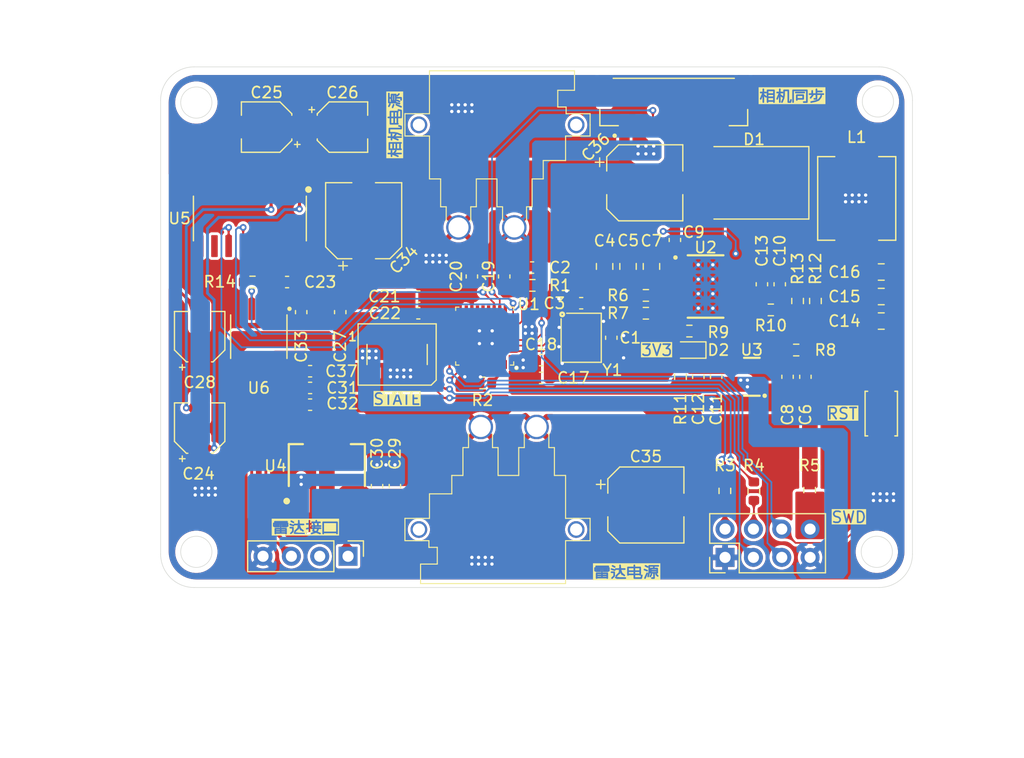
<source format=kicad_pcb>
(kicad_pcb (version 20241229) (generator "pcbnew") (generator_version "9.0")
  (layers (0 "F.Cu" signal) (2 "B.Cu" signal) (13 "F.Paste" user) (15 "B.Paste" user) (5 "F.SilkS" user "F.Silkscreen") (7 "B.SilkS" user "B.Silkscreen") (1 "F.Mask" user) (3 "B.Mask" user) (25 "Edge.Cuts" user))
  (net 0 "")
  (net 1 "/MCU/GND")
  (net 2 "/MCU/OSC_IN")
  (net 3 "/MCU/~{nRST}")
  (net 4 "/MCU/OSC_OUT")
  (net 5 "/Peripheral/12V_CAMERA")
  (net 6 "/Peripheral/VCC_5V0")
  (net 7 "Net-(U2-BOOT)")
  (net 8 "Net-(D1-K)")
  (net 9 "Net-(C10-Pad1)")
  (net 10 "/MCU/VCC_3V3")
  (net 11 "Net-(U2-COMP)")
  (net 12 "/Peripheral/C1-")
  (net 13 "/Peripheral/C1+")
  (net 14 "/Peripheral/C2-")
  (net 15 "/Peripheral/C2+")
  (net 16 "/Peripheral/V+")
  (net 17 "/Peripheral/V-")
  (net 18 "/Peripheral/VDC_LIDAR")
  (net 19 "/Peripheral/GND_LIDAR")
  (net 20 "/Peripheral/5V_LIDAR")
  (net 21 "Net-(D2-A)")
  (net 22 "/MCU/TXD")
  (net 23 "/MCU/SWCLK")
  (net 24 "/MCU/SWDIO")
  (net 25 "/MCU/RXD")
  (net 26 "/MCU/5V0")
  (net 31 "/MCU/PWM_CH2")
  (net 36 "Net-(J5-Pin_1)")
  (net 37 "Net-(J5-Pin_3)")
  (net 38 "/MCU/BOOT0")
  (net 39 "/MCU/USART1_TXD")
  (net 40 "/MCU/USART1_RXD")
  (net 41 "Net-(U2-EN)")
  (net 42 "Net-(U2-CLK)")
  (net 43 "/Power/FB")
  (net 44 "/Peripheral/T1OUT")
  (net 45 "/Peripheral/R1IN")
  (net 49 "/MCU/USART2_TXD")
  (net 51 "/MCU/PWM_CH1")
  (net 52 "/MCU/USART2_RXD")
  (net 69 "/MCU/LED_DOUT")
  (footprint "Capacitor_SMD:C_0603_1608Metric" (layer "F.Cu") (at 151.2 109.7 90)
    (property "Reference" "C11")
    (property "Value" "100nF")
  )
  (footprint "Resistor_SMD:R_0603_1608Metric" (layer "F.Cu") (at 159.58 119.86 90)
    (property "Reference" "R5")
    (property "Value" "0R")
  )
  (footprint "Capacitor_SMD:C_0603_1608Metric" (layer "F.Cu") (at 124.5 104 180)
    (property "Reference" "C22")
    (property "Value" "100nF")
  )
  (footprint "Capacitor_SMD:C_0603_1608Metric" (layer "F.Cu") (at 141.8 106.2 90)
    (property "Reference" "C1")
    (property "Value" "12pF")
  )
  (footprint "Capacitor_SMD:C_0805_2012Metric" (layer "F.Cu") (at 145.4 99.8 90)
    (property "Reference" "C7")
    (property "Value" "2.2uF")
  )
  (footprint "Connector_PinHeader_2.54mm:PinHeader_1x04_P2.54mm_Vertical" (layer "F.Cu") (at 118.2 125.8 -90)
    (property "Reference" "雷达接口")
    (property "Value" "Pinheader_4P")
  )
  (footprint "Resistor_SMD:R_0603_1608Metric" (layer "F.Cu") (at 160.1 102.9 -90)
    (property "Reference" "R12")
    (property "Value" "53.6K")
  )
  (footprint "Resistor_SMD:R_0603_1608Metric" (layer "F.Cu") (at 144.9 102.4)
    (property "Reference" "R6")
    (property "Value" "442K")
  )
  (footprint "Capacitor_SMD:C_0603_1608Metric" (layer "F.Cu") (at 139.1 103.1 180)
    (property "Reference" "C3")
    (property "Value" "12pF")
  )
  (footprint "Capacitor_SMD:C_0805_2012Metric" (layer "F.Cu") (at 166 104.7)
    (property "Reference" "C14")
    (property "Value" "22uF")
  )
  (footprint "Capacitor_SMD:C_0603_1608Metric" (layer "F.Cu") (at 120.8 119.5 90)
    (property "Reference" "C30")
    (property "Value" "100nF")
  )
  (footprint "Capacitor_SMD:C_0603_1608Metric" (layer "F.Cu") (at 132.2 100.7 90)
    (property "Reference" "C19")
    (property "Value" "10uF")
  )
  (footprint "Resistor_SMD:R_0603_1608Metric" (layer "F.Cu") (at 151.98 119.935 90)
    (property "Reference" "R3")
    (property "Value" "0R")
  )
  (footprint "lidar_camera_sync:SPM7054VT-100M-D" (layer "F.Cu") (at 163.8 93.7 -90)
    (property "Reference" "L1")
    (property "Value" "10uH")
  )
  (footprint "Capacitor_SMD:CP_Elec_4x5.4" (layer "F.Cu") (at 117.7 87.3)
    (property "Reference" "C26")
    (property "Value" "100nF")
  )
  (footprint "Capacitor_SMD:CP_Elec_4x5.4" (layer "F.Cu") (at 104.9 106.1 90)
    (property "Reference" "C28")
    (property "Value" "100nF")
  )
  (footprint "lidar_camera_sync:UFQFPN32-5.3x5.3_P0.5" (layer "F.Cu") (at 130.55 106.15 180)
    (property "Reference" "U1")
    (property "Value" "STM32G431KBUx")
  )
  (footprint "Diode_SMD:D_SMC" (layer "F.Cu") (at 154.6 92.3 180)
    (property "Reference" "D1")
    (property "Value" "B560C")
  )
  (footprint "lidar_camera_sync:SMD3225" (layer "F.Cu") (at 139.1 106.2 -90)
    (property "Reference" "Y1")
    (property "Value" "X32258MOB4SI")
  )
  (footprint "Capacitor_SMD:C_0603_1608Metric" (layer "F.Cu") (at 117.5 103.9 90)
    (property "Reference" "C27")
    (property "Value" "100nF")
  )
  (footprint "Capacitor_SMD:CP_Elec_4x5.4" (layer "F.Cu") (at 110.9 87.3 180)
    (property "Reference" "C25")
    (property "Value" "100nF")
  )
  (footprint "lidar_camera_sync:XLB16PW-M" (layer "F.Cu") (at 131.6 87.1)
    (property "Reference" "相机电源")
    (property "Value" "XLB16PW-M")
  )
  (footprint "Capacitor_SMD:C_0603_1608Metric" (layer "F.Cu") (at 134.7 99.9 180)
    (property "Reference" "C2")
    (property "Value" "100nF")
  )
  (footprint "Capacitor_SMD:C_0805_2012Metric" (layer "F.Cu") (at 166 102.5)
    (property "Reference" "C15")
    (property "Value" "22uF")
  )
  (footprint "Capacitor_SMD:C_0603_1608Metric" (layer "F.Cu") (at 149.6 109.7 90)
    (property "Reference" "C12")
    (property "Value" "1uF")
  )
  (footprint "Capacitor_SMD:C_0603_1608Metric" (layer "F.Cu") (at 124.5 102.5 180)
    (property "Reference" "C21")
    (property "Value" "10uF")
  )
  (footprint "Capacitor_SMD:C_0603_1608Metric" (layer "F.Cu") (at 157.6 109.7 90)
    (property "Reference" "C8")
    (property "Value" "100nF")
  )
  (footprint "Resistor_SMD:R_0603_1608Metric" (layer "F.Cu") (at 148.8 105.6)
    (property "Reference" "R9")
    (property "Value" "243K")
  )
  (footprint "Capacitor_SMD:CP_Elec_6.3x5.4" (layer "F.Cu") (at 119.6 95.7 90)
    (property "Reference" "C34")
    (property "Value" "22uF")
  )
  (footprint "lidar_camera_sync:TS-1088-AR02016" (layer "F.Cu") (at 166 113 90)
    (property "Reference" "RST")
    (property "Value" "TS-1088-AR02016")
  )
  (footprint "Capacitor_SMD:C_0603_1608Metric" (layer "F.Cu") (at 159.2 109.7 90)
    (property "Reference" "C6")
    (property "Value" "1uF")
  )
  (footprint "lidar_camera_sync:SOT-23-5" (layer "F.Cu") (at 154.4 109.7 180)
    (property "Reference" "U3")
    (property "Value" "RT9013-33GB")
  )
  (footprint "lidar_camera_sync:Pinheader_2x04_P2.54mm" (layer "F.Cu") (at 155.78 124.55 90)
    (property "Reference" "SWD")
    (property "Value" "SWD")
  )
  (footprint "lidar_camera_sync:BM08B-GHS-TBT(LF)(SN)(N)" (layer "F.Cu") (at 147.4 84.025 180)
    (property "Reference" "J4" (hide yes))
    (property "Value" "BM08B-GHS-TBT(LF)(SN)")
  )
  (footprint "Capacitor_SMD:C_0805_2012Metric" (layer "F.Cu") (at 166 100.3)
    (property "Reference" "C16")
    (property "Value" "22uF")
  )
  (footprint "Capacitor_SMD:C_0603_1608Metric" (layer "F.Cu") (at 156.9 101.4 90)
    (property "Reference" "C10")
    (property "Value" "4.7nF")
  )
  (footprint "Capacitor_SMD:C_0603_1608Metric" (layer "F.Cu") (at 114.8 110.7)
    (property "Reference" "C31")
    (property "Value" "100nF")
  )
  (footprint "Capacitor_SMD:C_0603_1608Metric" (layer "F.Cu") (at 114.8 112.2)
    (property "Reference" "C32")
    (property "Value" "10uF")
  )
  (footprint "Resistor_SMD:R_0603_1608Metric" (layer "F.Cu") (at 130.25 110.25 180)
    (property "Reference" "R2")
    (property "Value" "10K")
  )
  (footprint "Capacitor_SMD:C_0603_1608Metric" (layer "F.Cu") (at 135.5 109.8)
    (property "Reference" "C17")
    (property "Value" "10uF")
  )
  (footprint "Capacitor_SMD:CP_Elec_6.3x5.4" (layer "F.Cu") (at 144.8 92.3)
    (property "Reference" "C36")
    (property "Value" "22uF")
  )
  (footprint "Capacitor_SMD:C_0603_1608Metric" (layer "F.Cu") (at 114 103.9 -90)
    (property "Reference" "C33")
    (property "Value" "100nF")
  )
  (footprint "Capacitor_SMD:C_0805_2012Metric" (layer "F.Cu") (at 143.3 99.8 90)
    (property "Reference" "C5")
    (property "Value" "2.2uF")
  )
  (footprint "lidar_camera_sync:XLB16PW-M" (layer "F.Cu") (at 131.6 123.4 180)
    (property "Reference" "雷达电源")
    (property "Value" "XLB16PW-M")
  )
  (footprint "lidar_camera_sync:SOIC8-4.9x5.4_P1.27" (layer "F.Cu") (at 150.25 101.6)
    (property "Reference" "U2")
    (property "Value" "TPS54560DDAR")
  )
  (footprint "lidar_camera_sync:SOT223" (layer "F.Cu") (at 116.3 117.7 90)
    (property "Reference" "U4")
    (property "Value" "AMS1117-5.0")
  )
  (footprint "lidar_camera_sync:SOIC16-4.95x8.9_P1.27" (layer "F.Cu") (at 109.4 95.5 -90)
    (property "Reference" "U5")
    (property "Value" "MAX3232ESE+T")
  )
  (footprint "Capacitor_SMD:C_0603_1608Metric" (layer "F.Cu") (at 135.5 108.2)
    (property "Reference" "C18")
    (property "Value" "100nF")
  )
  (footprint "Resistor_SMD:R_0603_1608Metric" (layer "F.Cu") (at 134.725 101.5)
    (property "Reference" "R1")
    (property "Value" "10K")
  )
  (footprint "Capacitor_SMD:C_0805_2012Metric" (layer "F.Cu") (at 141.2 99.8 90)
    (property "Reference" "C4")
    (property "Value" "2.2uF")
  )
  (footprint "Resistor_SMD:R_0603_1608Metric" (layer "F.Cu") (at 154.58 119.96 90)
    (property "Reference" "R4")
    (property "Value" "0R")
  )
  (footprint "LED_SMD:LED_0603_1608Metric" (layer "F.Cu") (at 148.8 107.3 180)
    (property "Reference" "D2")
    (property "Value" "LED_{Green}")
  )
  (footprint "Capacitor_SMD:CP_Elec_6.3x5.4" (layer "F.Cu") (at 144.9 121.2)
    (property "Reference" "C35")
    (property "Value" "22uF")
  )
  (footprint "Resistor_SMD:R_0603_1608Metric" (layer "F.Cu") (at 158.5 102.9 90)
    (property "Reference" "R13")
    (property "Value" "10.2K")
  )
  (footprint "Capacitor_SMD:C_0603_1608Metric" (layer "F.Cu") (at 112.735 101.2 180)
    (property "Reference" "C23")
    (property "Value" "100nF")
  )
  (footprint "lidar_camera_sync:SOIC8-4.9x5.4_P1.27_NO_EP" (layer "F.Cu") (at 110.2 106.1 -90)
    (property "Reference" "U6")
    (property "Value" "ISO7720D")
  )
  (footprint "Resistor_SMD:R_0603_1608Metric" (layer "F.Cu") (at 109.635 101.2 180)
    (property "Reference" "R14")
    (property "Value" "0R")
  )
  (footprint "Resistor_SMD:R_0603_1608Metric" (layer "F.Cu") (at 158.375 107.3)
    (property "Reference" "R8")
    (property "Value" "100K")
  )
  (footprint "Capacitor_SMD:C_0603_1608Metric" (layer "F.Cu") (at 122.4 119.5 90)
    (property "Reference" "C29")
    (property "Value" "10uF")
  )
  (footprint "Capacitor_SMD:C_0603_1608Metric" (layer "F.Cu") (at 129.3 100.7 90)
    (property "Reference" "C20")
    (property "Value" "100nF")
  )
  (footprint "Capacitor_SMD:CP_Elec_4x5.4" (layer "F.Cu") (at 104.9 114.3 90)
    (property "Reference" "C24")
    (property "Value" "100nF")
  )
  (footprint "Capacitor_SMD:C_0603_1608Metric" (layer "F.Cu") (at 114.8 109.2 180)
    (property "Reference" "C37")
    (property "Value" "100nF")
  )
  (footprint "Capacitor_SMD:C_0603_1608Metric" (layer "F.Cu") (at 155.3 101.4 90)
    (property "Reference" "C13")
    (property "Value" "47pF")
  )
  (footprint "Resistor_SMD:R_0603_1608Metric" (layer "F.Cu") (at 144.9 104 180)
    (property "Reference" "R7")
    (property "Value" "90.9K")
  )
  (footprint "Resistor_SMD:R_0603_1608Metric" (layer "F.Cu") (at 156.1 103.7)
    (property "Reference" "R10")
    (property "Value" "16.9K")
  )
  (footprint "Resistor_SMD:R_0603_1608Metric" (layer "F.Cu") (at 148 109.7 90)
    (property "Reference" "R11")
    (property "Value" "10K")
  )
  (footprint "Capacitor_SMD:C_0603_1608Metric" (layer "F.Cu") (at 147.5 97.425 90)
    (property "Reference" "C9")
    (property "Value" "100nF")
  )
  (footprint "LED_SMD:LED_WS2812B_PLCC4_5.0x5.0mm_P3.2mm" (layer "F.Cu") (at 122.6 107.7)
    (property "Reference" "STATE")
    (property "Value" "WS2812B")
  )
  (gr_arc (start 165.8 81.9) (mid 167.92132 82.77868) (end 168.8 84.9) (stroke (width 0.05)) (layer "Edge.Cuts"))
  (gr_circle (center 165.6 125.4) (end 167 125.4) (stroke (width 0.05)) (fill no) (layer "Edge.Cuts"))
  (gr_arc (start 104.4 128.6) (mid 102.27868 127.72132) (end 101.4 125.6) (stroke (width 0.05)) (layer "Edge.Cuts"))
  (gr_arc (start 101.4 84.9) (mid 102.27868 82.77868) (end 104.4 81.9) (stroke (width 0.05)) (layer "Edge.Cuts"))
  (gr_circle (center 165.7 85) (end 167.1 85) (stroke (width 0.05)) (fill no) (layer "Edge.Cuts"))
  (gr_line (start 101.4 125.6) (end 101.4 84.9) (stroke (width 0.05)) (layer "Edge.Cuts"))
  (gr_circle (center 104.6 85.1) (end 106 85.1) (stroke (width 0.05)) (fill no) (layer "Edge.Cuts"))
  (gr_line (start 168.8 84.9) (end 168.8 125.6) (stroke (width 0.05)) (layer "Edge.Cuts"))
  (gr_line (start 165.8 128.6) (end 104.4 128.6) (stroke (width 0.05)) (layer "Edge.Cuts"))
  (gr_arc (start 168.8 125.6) (mid 167.92132 127.72132) (end 165.8 128.6) (stroke (width 0.05)) (layer "Edge.Cuts"))
  (gr_line (start 104.4 81.9) (end 165.8 81.9) (stroke (width 0.05)) (layer "Edge.Cuts"))
  (gr_circle (center 104.6 125.4) (end 106 125.4) (stroke (width 0.05)) (fill no) (layer "Edge.Cuts"))
  (gr_text "3V3" (at 144.4 107.9 0) (layer "F.SilkS" knockout) (effects (font (size 1 1)) (justify left bottom)))
  (gr_text "相机同步" (at 158 84.6 0) (layer "F.SilkS" knockout) (effects (font (size 1 1))))
  (segment (start 137.4 108.5) (end 142.4 108.5) (width 0.508) (layer "F.Cu") (net 1))
  (segment (start 152 125.9) (end 152 127.1) (width 0.508) (layer "F.Cu") (net 1))
  (segment (start 152 125.9) (end 152 124.9) (width 0.508) (layer "F.Cu") (net 1))
  (segment (start 138.775 102) (end 139.85 103.075) (width 0.508) (layer "F.Cu") (net 1))
  (segment (start 132 95.2) (end 131.9 95.2) (width 0.508) (layer "F.Cu") (net 1))
  (segment (start 132.26 108.56) (end 132.26 107.86) (width 0.2032) (layer "F.Cu") (net 1))
  (segment (start 152 125.9) (end 153.1 125.9) (width 0.508) (layer "F.Cu") (net 1))
  (segment (start 141.1 103.5) (end 141.1 104.725) (width 0.508) (layer "F.Cu") (net 1))
  (segment (start 133.1 96.3) (end 132 97.4) (width 0.508) (layer "F.Cu") (net 1))
  (segment (start 152 125.9) (end 150.7 125.9) (width 0.508) (layer "F.Cu") (net 1))
  (segment (start 140.7 103.1) (end 141.1 103.5) (width 0.508) (layer "F.Cu") (net 1))
  (segment (start 137.1 108.2) (end 137.1 107) (width 0.508) (layer "F.Cu") (net 1))
  (segment (start 128.8474 103.7474) (end 128.8474 104.4474) (width 0.2032) (layer "F.Cu") (net 1))
  (segment (start 132 97.4) (end 131.9 97.4) (width 0.508) (layer "F.Cu") (net 1))
  (segment (start 137.1 105.242038) (end 137.1 102.7) (width 0.508) (layer "F.Cu") (net 1))
  (segment (start 133.1 96.3) (end 134.1 95.3) (width 0.508) (layer "F.Cu") (net 1))
  (segment (start 137.1 102.7) (end 137.8 102) (width 0.508) (layer "F.Cu") (net 1))
  (segment (start 139.85 103.075) (end 139.9 103.075) (width 0.508) (layer "F.Cu") (net 1))
  (segment (start 139.9 103.075) (end 139.875 103.1) (width 0.508) (layer "F.Cu") (net 1))
  (segment (start 141.1 104.725) (end 141.8 105.425) (width 0.508) (layer "F.Cu") (net 1))
  (segment (start 133.1 96.3) (end 132 95.2) (width 0.508) (layer "F.Cu") (net 1))
  (segment (start 132.3 108.6) (end 132.26 108.56) (width 0.2032) (layer "F.Cu") (net 1))
  (segment (start 128.8 103.7) (end 128.8474 103.7474) (width 0.2032) (layer "F.Cu") (net 1))
  (segment (start 129.8 103.7) (end 129.8 105.4) (width 0.254) (layer "F.Cu") (net 1))
  (segment (start 128.8474 104.4474) (end 130.55 106.15) (width 0.2032) (layer "F.Cu") (net 1))
  (segment (start 141.8 105.425) (end 142.325 105.425) (width 0.508) (layer "F.Cu") (net 1))
  (segment (start 133.1 96.3) (end 134.3 97.5) (width 0.508) (layer "F.Cu") (net 1))
  (segment (start 137.8 102) (end 138.775 102) (width 0.508) (layer "F.Cu") (net 1))
  (segment (start 142.325 105.425) (end 142.9 106) (width 0.508) (layer "F.Cu") (net 1))
  (segment (start 129.8 105.4) (end 130.55 106.15) (width 0.254) (layer "F.Cu") (net 1))
  (segment (start 134.1 95.3) (end 134.1 95.2) (width 0.508) (layer "F.Cu") (net 1))
  (segment (start 142.4 108.5) (end 142.9 108) (width 0.508) (layer "F.Cu") (net 1))
  (segment (start 137.4 108.5) (end 137.1 108.2) (width 0.508) (layer "F.Cu") (net 1))
  (segment (start 132.26 107.86) (end 130.55 106.15) (width 0.2032) (layer "F.Cu") (net 1))
  (segment (start 139.875 103.1) (end 140.7 103.1) (width 0.508) (layer "F.Cu") (net 1))
  (segment (start 142.9 106) (end 142.9 108) (width 0.508) (layer "F.Cu") (net 1))
  (segment (start 137.128362 105.2704) (end 137.1 105.242038) (width 0.508) (layer "F.Cu") (net 1))
  (via (at 106.3 119.7) (size 0.6) (drill 0.3) (layers "F.Cu" "B.Cu") (net 1))
  (via (at 122.6 109.7) (size 0.6) (drill 0.3) (layers "F.Cu" "B.Cu") (net 1))
  (via (at 106.3 120.3) (size 0.6) (drill 0.3) (layers "F.Cu" "B.Cu") (net 1))
  (via (at 142.9 106) (size 0.6) (drill 0.3) (layers "F.Cu" "B.Cu") (net 1))
  (via (at 128.664965 109.7) (size 0.6) (drill 0.3) (layers "F.Cu" "B.Cu") (net 1))
  (via (at 162.8 93.4) (size 0.6) (drill 0.3) (layers "F.Cu" "B.Cu") (net 1))
  (via (at 166.5 120.8) (size 0.6) (drill 0.3) (layers "F.Cu" "B.Cu") (net 1))
  (via (at 125.2 99.4) (size 0.6) (drill 0.3) (layers "F.Cu" "B.Cu") (net 1))
  (via (at 131.1 126.5) (size 0.6) (drill 0.3) (layers "F.Cu" "B.Cu") (net 1))
  (via (at 122 109.7) (size 0.6) (drill 0.3) (layers "F.Cu" "B.Cu") (net 1))
  (via (at 141.1 104.725) (size 0.6) (drill 0.3) (layers "F.Cu" "B.Cu") (net 1))
  (via (at 127 99.4) (size 0.6) (drill 0.3) (layers "F.Cu" "B.Cu") (net 1))
  (via (at 164.6 93.4) (size 0.6) (drill 0.3) (layers "F.Cu" "B.Cu") (net 1))
  (via (at 125.2 98.8) (size 0.6) (drill 0.3) (layers "F.Cu" "B.Cu") (net 1))
  (via (at 131.1215 106.7215) (size 0.6) (drill 0.3) (layers "F.Cu" "B.Cu") (net 1))
  (via (at 142.9 108) (size 0.6) (drill 0.3) (layers "F.Cu" "B.Cu") (net 1))
  (via (at 165.9 120.8) (size 0.6) (drill 0.3) (layers "F.Cu" "B.Cu") (net 1))
  (via (at 128.1 85.3) (size 0.6) (drill 0.3) (layers "F.Cu" "B.Cu") (net 1))
  (via (at 122.6 109.1) (size 0.6) (drill 0.3) (layers "F.Cu" "B.Cu") (net 1))
  (via (at 128.7 85.9) (size 0.6) (drill 0.3) (layers "F.Cu" "B.Cu") (net 1))
  (via (at 164 93.4) (size 0.6) (drill 0.3) (layers "F.Cu" "B.Cu") (net 1))
  (via (at 122 109.1) (size 0.6) (drill 0.3) (layers "F.Cu" "B.Cu") (net 1))
  (via (at 105.7 119.7) (size 0.6) (drill 0.3) (layers "F.Cu" "B.Cu") (net 1))
  (via (at 131.1215 105.5785) (size 0.6) (drill 0.3) (layers "F.Cu" "B.Cu") (net 1))
  (via (at 123.8 109.1) (size 0.6) (drill 0.3) (layers "F.Cu" "B.Cu") (net 1))
  (via (at 105.1 120.3) (size 0.6) (drill 0.3) (layers "F.Cu" "B.Cu") (net 1))
  (via (at 165.3 120.8) (size 0.6) (drill 0.3) (layers "F.Cu" "B.Cu") (net 1))
  (via (at 127.5 85.3) (size 0.6) (drill 0.3) (layers "F.Cu" "B.Cu") (net 1))
  (via (at 123.2 109.1) (size 0.6) (drill 0.3) (layers "F.Cu" "B.Cu") (net 1))
  (via (at 163.4 94) (size 0.6) (drill 0.3) (layers "F.Cu" "B.Cu") (net 1))
  (via (at 129.3 126.5) (size 0.6) (drill 0.3) (layers "F.Cu" "B.Cu") (net 1))
  (via (at 137.128362 105.2704) (size 0.6) (drill 0.3) (layers "F.Cu" "B.Cu") (net 1))
  (via (at 123.2 109.7) (size 0.6) (drill 0.3) (layers "F.Cu" "B.Cu") (net 1))
  (via (at 104.5 119.7) (size 0.6) (drill 0.3) (layers "F.Cu" "B.Cu") (net 1))
  (via (at 162.8 94) (size 0.6) (drill 0.3) (layers "F.Cu" "B.Cu") (net 1))
  (via (at 137.1 107) (size 0.6) (drill 0.3) (layers "F.Cu" "B.Cu") (net 1))
  (via (at 129.9785 106.7215) (size 0.6) (drill 0.3) (layers "F.Cu" "B.Cu") (net 1))
  (via (at 163.4 93.4) (size 0.6) (drill 0.3) (layers "F.Cu" "B.Cu") (net 1))
  (via (at 128.7 85.3) (size 0.6) (drill 0.3) (layers "F.Cu" "B.Cu") (net 1))
  (via (at 127 98.8) (size 0.6) (drill 0.3) (layers "F.Cu" "B.Cu") (net 1))
  (via (at 141.1 103.5) (size 0.6) (drill 0.3) (layers "F.Cu" "B.Cu") (net 1))
  (via (at 123.8 109.7) (size 0.6) (drill 0.3) (layers "F.Cu" "B.Cu") (net 1))
  (via (at 129.9 126.5) (size 0.6) (drill 0.3) (layers "F.Cu" "B.Cu") (net 1))
  (via (at 125.8 98.8) (size 0.6) (drill 0.3) (layers "F.Cu" "B.Cu") (net 1))
  (via (at 129.9785 105.5785) (size 0.6) (drill 0.3) (layers "F.Cu" "B.Cu") (net 1))
  (via (at 137.8 102) (size 0.6) (drill 0.3) (layers "F.Cu" "B.Cu") (net 1))
  (via (at 105.7 120.3) (size 0.6) (drill 0.3) (layers "F.Cu" "B.Cu") (net 1))
  (via (at 130.5 126.5) (size 0.6) (drill 0.3) (layers "F.Cu" "B.Cu") (net 1))
  (via (at 129.9 125.9) (size 0.6) (drill 0.3) (layers "F.Cu" "B.Cu") (net 1))
  (via (at 127.5 85.9) (size 0.6) (drill 0.3) (layers "F.Cu" "B.Cu") (net 1))
  (via (at 129.3 85.3) (size 0.6) (drill 0.3) (layers "F.Cu" "B.Cu") (net 1))
  (via (at 126.4 99.4) (size 0.6) (drill 0.3) (layers "F.Cu" "B.Cu") (net 1))
  (via (at 130.5 125.9) (size 0.6) (drill 0.3) (layers "F.Cu" "B.Cu") (net 1))
  (via (at 167.1 120.8) (size 0.6) (drill 0.3) (layers "F.Cu" "B.Cu") (net 1))
  (via (at 137.1 102.7) (size 0.6) (drill 0.3) (layers "F.Cu" "B.Cu") (net 1))
  (via (at 167.1 120.2) (size 0.6) (drill 0.3) (layers "F.Cu" "B.Cu") (net 1))
  (via (at 129.3 85.9) (size 0.6) (drill 0.3) (layers "F.Cu" "B.Cu") (net 1))
  (via (at 164.6 94) (size 0.6) (drill 0.3) (layers "F.Cu" "B.Cu") (net 1))
  (via (at 104.5 120.3) (size 0.6) (drill 0.3) (layers "F.Cu" "B.Cu") (net 1))
  (via (at 165.3 120.2) (size 0.6) (drill 0.3) (layers "F.Cu" "B.Cu") (net 1))
  (via (at 125.8 99.4) (size 0.6) (drill 0.3) (layers "F.Cu" "B.Cu") (net 1))
  (via (at 166.5 120.2) (size 0.6) (drill 0.3) (layers "F.Cu" "B.Cu") (net 1))
  (via (at 129.3 125.9) (size 0.6) (drill 0.3) (layers "F.Cu" "B.Cu") (net 1))
  (via (at 130.071618 109.714161) (size 0.6) (drill 0.3) (layers "F.Cu" "B.Cu") (net 1))
  (via (at 128.1 85.9) (size 0.6) (drill 0.3) (layers "F.Cu" "B.Cu") (net 1))
  (via (at 131.1 125.9) (size 0.6) (drill 0.3) (layers "F.Cu" "B.Cu") (net 1))
  (via (at 105.1 119.7) (size 0.6) (drill 0.3) (layers "F.Cu" "B.Cu") (net 1))
  (via (at 126.4 98.8) (size 0.6) (drill 0.3) (layers "F.Cu" "B.Cu") (net 1))
  (via (at 165.9 120.2) (size 0.6) (drill 0.3) (layers "F.Cu" "B.Cu") (net 1))
  (via (at 137.4 108.5) (size 0.6) (drill 0.3) (layers "F.Cu" "B.Cu") (net 1))
  (via (at 164 94) (size 0.6) (drill 0.3) (layers "F.Cu" "B.Cu") (net 1))
  (segment (start 152 125.9) (end 152 124.9) (width 0.508) (layer "B.Cu") (net 1))
  (segment (start 152 125.9) (end 150.8 125.9) (width 0.508) (layer "B.Cu") (net 1))
  (segment (start 152 125.9) (end 152 127.1) (width 0.508) (layer "B.Cu") (net 1))
  (segment (start 152 125.9) (end 153.1 125.9) (width 0.508) (layer "B.Cu") (net 1))
  (segment (start 133 107.4) (end 135.7 107.4) (width 0.1524) (layer "F.Cu") (net 2))
  (segment (start 135.7 107.4) (end 136.9 106.2) (width 0.1524) (layer "F.Cu") (net 2))
  (segment (start 136.9 106.2) (end 138.85 106.2) (width 0.1524) (layer "F.Cu") (net 2))
  (segment (start 141.8 106.975) (end 140.275 106.975) (width 0.1524) (layer "F.Cu") (net 2))
  (segment (start 140.275 106.975) (end 139.95 107.3) (width 0.1524) (layer "F.Cu") (net 2))
  (segment (start 138.85 106.2) (end 139.95 107.3) (width 0.1524) (layer "F.Cu") (net 2))
  (segment (start 135 106.4) (end 133 106.4) (width 0.1524) (layer "F.Cu") (net 3))
  (segment (start 166 115.075) (end 165.975 115.1) (width 0.1524) (layer "F.Cu") (net 3))
  (segment (start 135.55 105.85) (end 135 106.4) (width 0.1524) (layer "F.Cu") (net 3))
  (segment (start 157.08 123.36) (end 158.32 124.6) (width 0.1524) (layer "F.Cu") (net 3))
  (segment (start 165.825 115.075) (end 166 115.075) (width 0.1524) (layer "F.Cu") (net 3))
  (segment (start 163.9 117) (end 165.825 115.075) (width 0.1524) (layer "F.Cu") (net 3))
  (segment (start 162.5 124.6) (end 163.9 123.2) (width 0.1524) (layer "F.Cu") (net 3))
  (segment (start 163.9 123.2) (end 163.9 117) (width 0.1524) (layer "F.Cu") (net 3))
  (segment (start 135.55 104.875) (end 135.55 105.85) (width 0.1524) (layer "F.Cu") (net 3))
  (segment (start 135.475 99.9) (end 135.55 99.975) (width 0.1524) (layer "F.Cu") (net 3))
  (segment (start 135.55 99.975) (end 135.55 101.5) (width 0.1524) (layer "F.Cu") (net 3))
  (segment (start 135.55 104.875) (end 135.55 101.5) (width 0.1524) (layer "F.Cu") (net 3))
  (segment (start 158.32 124.6) (end 162.5 124.6) (width 0.1524) (layer "F.Cu") (net 3))
  (via (at 135.55 104.875) (size 0.6) (drill 0.3) (layers "F.Cu" "B.Cu") (net 3))
  (segment (start 135.55 107.95) (end 137.2864 109.6864) (width 0.1524) (layer "B.Cu") (net 3))
  (segment (start 135.55 104.875) (end 135.55 107.95) (width 0.1524) (layer "B.Cu") (net 3))
  (segment (start 154.0068 117.0068) (end 156.1534 119.1534) (width 0.1524) (layer "B.Cu") (net 3))
  (segment (start 156.1534 122.4334) (end 157.08 123.36) (width 0.1524) (layer "B.Cu") (net 3))
  (segment (start 137.2864 109.6864) (end 151.785752 109.686402) (width 0.1524) (layer "B.Cu") (net 3))
  (segment (start 156.1534 119.1534) (end 156.1534 122.4334) (width 0.1524) (layer "B.Cu") (net 3))
  (segment (start 151.785752 109.686402) (end 153.5602 111.460851) (width 0.1524) (layer "B.Cu") (net 3))
  (segment (start 153.5602 116.144344) (end 154.0068 116.590946) (width 0.1524) (layer "B.Cu") (net 3))
  (segment (start 154.0068 116.590946) (end 154.0068 117.0068) (width 0.1524) (layer "B.Cu") (net 3))
  (segment (start 153.5602 111.460851) (end 153.5602 116.144344) (width 0.1524) (layer "B.Cu") (net 3))
  (segment (start 137.5034 105.8466) (end 136.753616 105.8466) (width 0.1524) (layer "F.Cu") (net 4))
  (segment (start 138.325 103.1) (end 138.325 105.025) (width 0.1524) (layer "F.Cu") (net 4))
  (segment (start 135.700216 106.9) (end 133 106.9) (width 0.1524) (layer "F.Cu") (net 4))
  (segment (start 138.25 105.1) (end 137.5034 105.8466) (width 0.1524) (layer "F.Cu") (net 4))
  (segment (start 138.325 105.025) (end 138.25 105.1) (width 0.1524) (layer "F.Cu") (net 4))
  (segment (start 136.753616 105.8466) (end 135.700216 106.9) (width 0.1524) (layer "F.Cu") (net 4))
  (segment (start 141.2 101.73) (end 141.87 102.4) (width 0.1524) (layer "F.Cu") (net 5))
  (segment (start 128.1 96.3) (end 127.1 97.3) (width 0.508) (layer "F.Cu") (net 5))
  (segment (start 128.1 96.3) (end 126.8 95) (width 0.508) (layer "F.Cu") (net 5))
  (segment (start 127.1 97.3) (end 126.9 97.3) (width 0.508) (layer "F.Cu") (net 5))
  (segment (start 126.8 95) (end 126.7 95) (width 0.508) (layer "F.Cu") (net 5))
  (segment (start 141.2 100.75) (end 141.2 101.73) (width 0.1524) (layer "F.Cu") (net 5))
  (segment (start 128.1 96.3) (end 129.3 97.5) (width 0.508) (layer "F.Cu") (net 5))
  (segment (start 141.87 102.4) (end 144.075 102.4) (width 0.1524) (layer "F.Cu") (net 5))
  (segment (start 128.1 96.3) (end 129.3 95.1) (width 0.508) (layer "F.Cu") (net 5))
  (segment (start 160.775 102.075) (end 160.1 102.075) (width 0.1524) (layer "F.Cu") (net 6))
  (segment (start 158.8 104.9) (end 160.8 104.9) (width 0.1524) (layer "F.Cu") (net 6))
  (segment (start 160.1 97.73) (end 161.155 96.675) (width 0.1524) (layer "F.Cu") (net 6))
  (segment (start 157.55 106.15) (end 158.8 104.9) (width 0.1524) (layer "F.Cu") (net 6))
  (segment (start 160.1 102.075) (end 160.1 97.73) (width 0.1524) (layer "F.Cu") (net 6))
  (segment (start 161.3 102.6) (end 160.775 102.075) (width 0.1524) (layer "F.Cu") (net 6))
  (segment (start 161.155 96.675) (end 163.8 96.675) (width 0.1524) (layer "F.Cu") (net 6))
  (segment (start 161.3 104.4) (end 161.3 102.6) (width 0.1524) (layer "F.Cu") (net 6))
  (segment (start 155.5375 107.8425) (end 155.5375 108.75) (width 0.1524) (layer "F.Cu") (net 6))
  (segment (start 156.08 107.3) (end 155.5375 107.8425) (width 0.1524) (layer "F.Cu") (net 6))
  (segment (start 157.55 107.3) (end 157.55 106.15) (width 0.1524) (layer "F.Cu") (net 6))
  (segment (start 157.55 107.3) (end 156.08 107.3) (width 0.1524) (layer "F.Cu") (net 6))
  (segment (start 160.8 104.9) (end 161.3 104.4) (width 0.1524) (layer "F.Cu") (net 6))
  (via (at 150.8 112.4) (size 0.6) (drill 0.3) (layers "F.Cu" "B.Cu") (net 6))
  (via (at 150.8 111.7) (size 0.6) (drill 0.3) (layers "F.Cu" "B.Cu") (net 6))
  (via (at 119.5 107.4) (size 0.6) (drill 0.3) (layers "F.Cu" "B.Cu") (net 6))
  (via (at 120.7 108) (size 0.6) (drill 0.3) (layers "F.Cu" "B.Cu") (net 6))
  (via (at 119.5 108) (size 0.6) (drill 0.3) (layers "F.Cu" "B.Cu") (net 6))
  (via (at 120.1 108) (size 0.6) (drill 0.3) (layers "F.Cu" "B.Cu") (net 6))
  (via (at 120.1 107.4) (size 0.6) (drill 0.3) (layers "F.Cu" "B.Cu") (net 6))
  (via (at 120.7 107.4) (size 0.6) (drill 0.3) (layers "F.Cu" "B.Cu") (net 6))
  (segment (start 147.55 99.695) (end 147.55 98.25) (width 0.2) (layer "F.Cu") (net 7))
  (segment (start 147.55 98.25) (end 147.5 98.2) (width 0.2) (layer "F.Cu") (net 7))
  (segment (start 152.95 98.65) (end 152.95 99.695) (width 0.1524) (layer "F.Cu") (net 8))
  (segment (start 147.5 96.65) (end 146.45 96.65) (width 0.1524) (layer "F.Cu") (net 8))
  (via (at 146.45 96.65) (size 0.6) (drill 0.3) (layers "F.Cu" "B.Cu") (net 8))
  (via (at 152.95 98.65) (size 0.6) (drill 0.3) (layers "F.Cu" "B.Cu") (net 8))
  (segment (start 152.95 97.5) (end 152.95 98.65) (width 0.1524) (layer "B.Cu") (net 8))
  (segment (start 152.1 96.65) (end 152.95 97.5) (width 0.1524) (layer "B.Cu") (net 8))
  (segment (start 146.45 96.65) (end 152.1 96.65) (width 0.1524) (layer "B.Cu") (net 8))
  (segment (start 156.925 102.2) (end 156.9 102.175) (width 0.2) (layer "F.Cu") (net 9))
  (segment (start 156.925 103.7) (end 156.925 102.2) (width 0.2) (layer "F.Cu") (net 9))
  (segment (start 133.875 101.475) (end 133.9 101.5) (width 0.254) (layer "F.Cu") (net 10))
  (segment (start 129.3 103.7) (end 129.3 103) (width 0.254) (layer "F.Cu") (net 10))
  (via (at 144.2 89) (size 0.6) (drill 0.3) (layers "F.Cu" "B.Cu") (net 10))
  (via (at 134.7 105.2) (size 0.6) (drill 0.3) (layers "F.Cu" "B.Cu") (net 10))
  (via (at 154 110.6) (size 0.6) (drill 0.3) (layers "F.Cu" "B.Cu") (net 10))
  (via (at 133.3 108.8772) (size 0.6) (drill 0.3) (layers "F.Cu" "B.Cu") (net 10))
  (via (at 144.9 89) (size 0.6) (drill 0.3) (layers "F.Cu" "B.Cu") (net 10))
  (via (at 153.4 110) (size 0.6) (drill 0.3) (layers "F.Cu" "B.Cu") (net 10))
  (via (at 134.7 105.8) (size 0.6) (drill 0.3) (layers "F.Cu" "B.Cu") (net 10))
  (via (at 134.1 105.8) (size 0.6) (drill 0.3) (layers "F.Cu" "B.Cu") (net 10))
  (via (at 133.9 108.2) (size 0.6) (drill 0.3) (layers "F.Cu" "B.Cu") (net 10))
  (via (at 144.9 89.7) (size 0.6) (drill 0.3) (layers "F.Cu" "B.Cu") (net 10))
  (via (at 134.107435 105.207435) (size 0.6) (drill 0.3) (layers "F.Cu" "B.Cu") (net 10))
  (via (at 145.6 89.7) (size 0.6) (drill 0.3) (layers "F.Cu" "B.Cu") (net 10))
  (via (at 133.9 108.8772) (size 0.6) (drill 0.3) (layers "F.Cu" "B.Cu") (net 10))
  (via (at 144.2 89.7) (size 0.6) (drill 0.3) (layers "F.Cu" "B.Cu") (net 10))
  (via (at 154 110) (size 0.6) (drill 0.3) (layers "F.Cu" "B.Cu") (net 10))
  (via (at 145.6 89) (size 0.6) (drill 0.3) (layers "F.Cu" "B.Cu") (net 10))
  (segment (start 159.62 125.9) (end 159.62 126.08) (width 0.508) (layer "B.Cu") (net 10))
  (segment (start 159.62 125.82) (end 158.9 125.1) (width 0.508) (layer "B.Cu") (net 10))
  (segment (start 160.52 126.8) (end 160.6 126.8) (width 0.508) (layer "B.Cu") (net 10))
  (segment (start 159.62 125.9) (end 159.62 125.78) (width 0.508) (layer "B.Cu") (net 10))
  (segment (start 159.62 125.9) (end 160.52 126.8) (width 0.508) (layer "B.Cu") (net 10))
  (segment (start 159.62 126.08) (end 158.9 126.8) (width 0.508) (layer "B.Cu") (net 10))
  (segment (start 159.62 125.9) (end 159.62 125.82) (width 0.508) (layer "B.Cu") (net 10))
  (segment (start 159.62 125.78) (end 160.4 125) (width 0.508) (layer "B.Cu") (net 10))
  (segment (start 155.275 102.2) (end 155.3 102.175) (width 0.2) (layer "F.Cu") (net 11))
  (segment (start 152.95 102.235) (end 155.24 102.235) (width 0.2) (layer "F.Cu") (net 11))
  (segment (start 155.24 102.235) (end 155.3 102.175) (width 0.2) (layer "F.Cu") (net 11))
  (segment (start 155.275 103.7) (end 155.275 102.2) (width 0.2) (layer "F.Cu") (net 11))
  (segment (start 104.9 112.5) (end 103.7 112.5) (width 0.254) (layer "F.Cu") (net 12))
  (segment (start 111.305 94.695) (end 111.3 94.7) (width 0.254) (layer "F.Cu") (net 12))
  (segment (start 111.305 93.025) (end 111.305 94.695) (width 0.254) (layer "F.Cu") (net 12))
  (via (at 111.3 94.7) (size 0.6) (drill 0.3) (layers "F.Cu" "B.Cu") (net 12))
  (via (at 103.7 112.5) (size 0.6) (drill 0.3) (layers "F.Cu" "B.Cu") (net 12))
  (segment (start 105.2 94.7) (end 111.3 94.7) (width 0.254) (layer "B.Cu") (net 12))
  (segment (start 103.7 112.5) (end 103.7 96.2) (width 0.254) (layer "B.Cu") (net 12))
  (segment (start 103.7 96.2) (end 105.2 94.7) (width 0.254) (layer "B.Cu") (net 12))
  (segment (start 106.2 116.1) (end 104.9 116.1) (width 0.254) (layer "F.Cu") (net 13))
  (segment (start 113.845 94.645) (end 113.845 93.025) (width 0.254) (layer "F.Cu") (net 13))
  (via (at 113.845 94.645) (size 0.6) (drill 0.3) (layers "F.Cu" "B.Cu") (net 13))
  (via (at 106.2 116.1) (size 0.6) (drill 0.3) (layers "F.Cu" "B.Cu") (net 13))
  (segment (start 113.79 94.7) (end 113.845 94.645) (width 0.254) (layer "B.Cu") (net 13))
  (segment (start 106.6 95.4) (end 111.8 95.4) (width 0.254) (layer "B.Cu") (net 13))
  (segment (start 112.5 94.7) (end 113.79 94.7) (width 0.254) (layer "B.Cu") (net 13))
  (segment (start 106.2 102.8) (end 105.6 102.2) (width 0.254) (layer "B.Cu") (net 13))
  (segment (start 106.2 116.1) (end 106.2 102.8) (width 0.254) (layer "B.Cu") (net 13))
  (segment (start 111.8 95.4) (end 112.5 94.7) (width 0.254) (layer "B.Cu") (net 13))
  (segment (start 105.6 96.4) (end 106.6 95.4) (width 0.254) (layer "B.Cu") (net 13))
  (segment (start 105.6 102.2) (end 105.6 96.4) (width 0.254) (layer "B.Cu") (net 13))
  (segment (start 108.765 87.635) (end 109.1 87.3) (width 0.254) (layer "F.Cu") (net 14))
  (segment (start 108.765 93.025) (end 108.765 87.635) (width 0.254) (layer "F.Cu") (net 14))
  (segment (start 110.5 90.1) (end 112.1 90.1) (width 0.254) (layer "F.Cu") (net 15))
  (segment (start 112.1 90.1) (end 112.7 89.5) (width 0.254) (layer "F.Cu") (net 15))
  (segment (start 110.035 93.025) (end 110.035 90.565) (width 0.254) (layer "F.Cu") (net 15))
  (segment (start 110.035 90.565) (end 110.5 90.1) (width 0.254) (layer "F.Cu") (net 15))
  (segment (start 112.7 89.5) (end 112.7 87.3) (width 0.254) (layer "F.Cu") (net 15))
  (segment (start 115.9 89.8) (end 115.9 87.3) (width 0.254) (layer "F.Cu") (net 16))
  (segment (start 115.1 90.6) (end 115.9 89.8) (width 0.254) (layer "F.Cu") (net 16))
  (segment (start 113.2 90.6) (end 115.1 90.6) (width 0.254) (layer "F.Cu") (net 16))
  (segment (start 112.575 91.225) (end 113.2 90.6) (width 0.254) (layer "F.Cu") (net 16))
  (segment (start 112.575 93.025) (end 112.575 91.225) (width 0.254) (layer "F.Cu") (net 16))
  (segment (start 107.495 93.025) (end 107.495 91.195) (width 0.254) (layer "F.Cu") (net 17))
  (segment (start 107.1 90.8) (end 103.6 90.8) (width 0.254) (layer "F.Cu") (net 17))
  (segment (start 104.9 103.82) (end 104.9 104.3) (width 0.254) (layer "F.Cu") (net 17))
  (segment (start 107.495 91.195) (end 107.1 90.8) (width 0.254) (layer "F.Cu") (net 17))
  (segment (start 102.7 101.62) (end 104.9 103.82) (width 0.254) (layer "F.Cu") (net 17))
  (segment (start 103.6 90.8) (end 102.7 91.7) (width 0.254) (layer "F.Cu") (net 17))
  (segment (start 102.7 91.7) (end 102.7 101.62) (width 0.254) (layer "F.Cu") (net 17))
  (segment (start 135.1 114.2) (end 134.1 113.2) (width 0.508) (layer "F.Cu") (net 18))
  (segment (start 135.1 114.2) (end 134 115.3) (width 0.508) (layer "F.Cu") (net 18))
  (segment (start 135.1 114.2) (end 136.3 115.4) (width 0.508) (layer "F.Cu") (net 18))
  (segment (start 134 115.3) (end 133.9 115.3) (width 0.508) (layer "F.Cu") (net 18))
  (segment (start 136 113.3) (end 136.5 113.3) (width 0.508) (layer "F.Cu") (net 18))
  (segment (start 135.1 114.2) (end 136 113.3) (width 0.508) (layer "F.Cu") (net 18))
  (segment (start 128.9 115.4) (end 128.9 115.5) (width 0.508) (layer "F.Cu") (net 19))
  (segment (start 130.1 114.2) (end 128.9 115.4) (width 0.508) (layer "F.Cu") (net 19))
  (segment (start 131.1 115.2) (end 131.2 115.2) (width 0.508) (layer "F.Cu") (net 19))
  (segment (start 130.1 114.2) (end 129 113.1) (width 0.508) (layer "F.Cu") (net 19))
  (segment (start 130.1 114.2) (end 131.1 115.2) (width 0.508) (layer "F.Cu") (net 19))
  (segment (start 130.1 114.2) (end 131.2 113.1) (width 0.508) (layer "F.Cu") (net 19))
  (segment (start 129 113.1) (end 128.8 113.1) (width 0.508) (layer "F.Cu") (net 19))
  (via (at 122.4 117.6) (size 0.6) (drill 0.3) (layers "F.Cu" "B.Cu") (net 19))
  (via (at 114 118.7) (size 0.6) (drill 0.3) (layers "F.Cu" "B.Cu") (net 19))
  (via (at 114 119.350003) (size 0.6) (drill 0.3) (layers "F.Cu" "B.Cu") (net 19))
  (via (at 121.6 117.6) (size 0.6) (drill 0.3) (layers "F.Cu" "B.Cu") (net 19))
  (via (at 120.8 117.6) (size 0.6) (drill 0.3) (layers "F.Cu" "B.Cu") (net 19))
  (segment (start 111.48 124.9) (end 111.5 124.9) (width 0.508) (layer "B.Cu") (net 19))
  (segment (start 110.58 125.8) (end 111.48 124.9) (width 0.508) (layer "B.Cu") (net 19))
  (segment (start 110.5 125.8) (end 109.7 126.6) (width 0.508) (layer "B.Cu") (net 19))
  (segment (start 110.58 125.8) (end 109.6 124.82) (width 0.508) (layer "B.Cu") (net 19))
  (segment (start 110.58 125.8) (end 110.5 125.8) (width 0.508) (layer "B.Cu") (net 19))
  (segment (start 110.58 125.88) (end 111.5 126.8) (width 0.508) (layer "B.Cu") (net 19))
  (segment (start 110.58 125.8) (end 110.58 125.88) (width 0.508) (layer "B.Cu") (net 19))
  (segment (start 148.0125 107.3) (end 148.0125 108.8625) (width 0.2) (layer "F.Cu") (net 21))
  (segment (start 148.0125 108.8625) (end 148 108.875) (width 0.2) (layer "F.Cu") (net 21))
  (segment (start 154.58 123.32) (end 154.54 123.36) (width 0.1524) (layer "F.Cu") (net 22))
  (segment (start 154.58 120.785) (end 154.58 123.32) (width 0.1524) (layer "F.Cu") (net 22))
  (segment (start 128.1 109.216285) (end 127.316451 109.999834) (width 0.1524) (layer "F.Cu") (net 23))
  (segment (start 128.1 107.9) (end 128.1 109.216285) (width 0.1524) (layer "F.Cu") (net 23))
  (segment (start 127.316451 109.999834) (end 127.283595 109.999834) (width 0.1524) (layer "F.Cu") (net 23))
  (via (at 127.298608 109.999834) (size 0.6) (drill 0.3) (layers "F.Cu" "B.Cu") (net 23))
  (segment (start 128.208017 110.89253) (end 130.207902 110.89253) (width 0.1524) (layer "B.Cu") (net 23))
  (segment (start 127.315059 109.999834) (end 127.537431 110.222206) (width 0.1524) (layer "B.Cu") (net 23))
  (segment (start 153.3 116.883711) (end 153.3 124.66) (width 0.1524) (layer "B.Cu") (net 23))
  (segment (start 152.8534 116.437111) (end 153.3 116.883711) (width 0.1524) (layer "B.Cu") (net 23))
  (segment (start 127.298608 109.999834) (end 127.315059 109.999834) (width 0.1524) (layer "B.Cu") (net 23))
  (segment (start 130.207902 110.89253) (end 130.707234 110.3932) (width 0.1524) (layer "B.Cu") (net 23))
  (segment (start 154.54 126.01) (end 154.54 125.9) (width 0.1524) (layer "B.Cu") (net 23))
  (segment (start 127.537431 110.222206) (end 127.537693 110.222206) (width 0.1524) (layer "B.Cu") (net 23))
  (segment (start 153.3 124.66) (end 154.54 125.9) (width 0.1524) (layer "B.Cu") (net 23))
  (segment (start 152.8534 111.753617) (end 152.8534 116.437111) (width 0.1524) (layer "B.Cu") (net 23))
  (segment (start 127.537693 110.222206) (end 128.208017 110.89253) (width 0.1524) (layer "B.Cu") (net 23))
  (segment (start 130.707234 110.3932) (end 151.492984 110.3932) (width 0.1524) (layer "B.Cu") (net 23))
  (segment (start 151.492984 110.3932) (end 152.8534 111.753617) (width 0.1524) (layer "B.Cu") (net 23))
  (segment (start 127.3 107.6) (end 127.5 107.4) (width 0.1524) (layer "F.Cu") (net 24))
  (segment (start 127.5 107.4) (end 128.1 107.4) (width 0.1524) (layer "F.Cu") (net 24))
  (segment (start 127.3 109.2) (end 127.3 107.6) (width 0.1524) (layer "F.Cu") (net 24))
  (via (at 127.298608 109.2) (size 0.6) (drill 0.3) (layers "F.Cu" "B.Cu") (net 24))
  (segment (start 151.639369 110.039802) (end 153.2068 111.607234) (width 0.1524) (layer "B.Cu") (net 24))
  (segment (start 153.6534 117.153184) (end 155.8 119.299784) (width 0.1524) (layer "B.Cu") (net 24))
  (segment (start 153.6534 116.737328) (end 153.6534 117.153184) (width 0.1524) (layer "B.Cu") (net 24))
  (segment (start 130.061519 110.53913) (end 130.560852 110.0398) (width 0.1524) (layer "B.Cu") (net 24))
  (segment (start 130.560852 110.0398) (end 151.639369 110.039802) (width 0.1524) (layer "B.Cu") (net 24))
  (segment (start 153.2068 116.290726) (end 153.6534 116.737328) (width 0.1524) (layer "B.Cu") (net 24))
  (segment (start 127.298608 109.2) (end 127.315059 109.2) (width 0.1524) (layer "B.Cu") (net 24))
  (segment (start 128.654189 110.53913) (end 130.061519 110.53913) (width 0.1524) (layer "B.Cu") (net 24))
  (segment (start 155.8 124.62) (end 157.08 125.9) (width 0.1524) (layer "B.Cu") (net 24))
  (segment (start 153.2068 111.607234) (end 153.2068 116.290726) (width 0.1524) (layer "B.Cu") (net 24))
  (segment (start 127.315059 109.2) (end 128.654189 110.53913) (width 0.1524) (layer "B.Cu") (net 24))
  (segment (start 155.8 119.299784) (end 155.8 124.62) (width 0.1524) (layer "B.Cu") (net 24))
  (segment (start 151.98 120.76) (end 151.98 123.34) (width 0.1524) (layer "F.Cu") (net 25))
  (segment (start 151.98 123.34) (end 152 123.36) (width 0.1524) (layer "F.Cu") (net 25))
  (segment (start 131.8 102.78513) (end 131.8 103.7) (width 0.1524) (layer "F.Cu") (net 31))
  (segment (start 145.53 87.37) (end 145.525 87.375) (width 0.1524) (layer "F.Cu") (net 31))
  (segment (start 131.107435 102.092565) (end 131.8 102.78513) (width 0.1524) (layer "F.Cu") (net 31))
  (segment (start 145.53 85.8) (end 145.53 87.37) (width 0.1524) (layer "F.Cu") (net 31))
  (via (at 145.53 85.8) (size 0.6) (drill 0.3) (layers "F.Cu" "B.Cu") (net 31))
  (via (at 131.107435 102.092565) (size 0.6) (drill 0.3) (layers "F.Cu" "B.Cu") (net 31))
  (segment (start 135.3 85.8) (end 145.53 85.8) (width 0.1524) (layer "B.Cu") (net 31))
  (segment (start 131.107435 102.092565) (end 131.107435 89.992565) (width 0.1524) (layer "B.Cu") (net 31))
  (segment (start 131.107435 89.992565) (end 135.3 85.8) (width 0.1524) (layer "B.Cu") (net 31))
  (segment (start 112.8 124) (end 117.7 124) (width 0.254) (layer "F.Cu") (net 36))
  (segment (start 118.2 124.5) (end 118.2 125.8) (width 0.254) (layer "F.Cu") (net 36))
  (segment (start 110.835 122.035) (end 112.8 124) (width 0.254) (layer "F.Cu") (net 36))
  (segment (start 117.7 124) (end 118.2 124.5) (width 0.254) (layer "F.Cu") (net 36))
  (segment (start 110.835 108.57) (end 110.835 122.035) (width 0.254) (layer "F.Cu") (net 36))
  (segment (start 109.565 122.265) (end 113.1 125.8) (width 0.254) (layer "F.Cu") (net 37))
  (segment (start 113.1 125.8) (end 113.12 125.8) (width 0.254) (layer "F.Cu") (net 37))
  (segment (start 109.565 108.57) (end 109.565 122.265) (width 0.254) (layer "F.Cu") (net 37))
  (segment (start 131.8 109.525) (end 131.075 110.25) (width 0.1524) (layer "F.Cu") (net 38))
  (segment (start 131.8 108.6) (end 131.8 109.525) (width 0.1524) (layer "F.Cu") (net 38))
  (segment (start 127.298608 111.59933) (end 126.79933 111.59933) (width 0.1524) (layer "F.Cu") (net 39))
  (segment (start 152 119.09) (end 151.98 119.11) (width 0.1524) (layer "F.Cu") (net 39))
  (segment (start 127.1 105.4) (end 128.1 105.4) (width 0.1524) (layer "F.Cu") (net 39))
  (segment (start 126.2 111) (end 126.2 106.3) (width 0.1524) (layer "F.Cu") (net 39))
  (segment (start 151.7 117.1) (end 152 117.4) (width 0.1524) (layer "F.Cu") (net 39))
  (segment (start 126.79933 111.59933) (end 126.2 111) (width 0.1524) (layer "F.Cu") (net 39))
  (segment (start 126.2 106.3) (end 127.1 105.4) (width 0.1524) (layer "F.Cu") (net 39))
  (segment (start 152 117.4) (end 152 119.09) (width 0.1524) (layer "F.Cu") (net 39))
  (via (at 127.298608 111.59933) (size 0.6) (drill 0.3) (layers "F.Cu" "B.Cu") (net 39))
  (via (at 151.7 117.1) (size 0.6) (drill 0.3) (layers "F.Cu" "B.Cu") (net 39))
  (segment (start 130.50067 111.59933) (end 127.298608 111.59933) (width 0.1524) (layer "B.Cu") (net 39))
  (segment (start 151.7 117.1) (end 152 116.8) (width 0.1524) (layer "B.Cu") (net 39))
  (segment (start 131 111.1) (end 130.50067 111.59933) (width 0.1524) (layer "B.Cu") (net 39))
  (segment (start 151.2 111.1) (end 131 111.1) (width 0.1524) (layer "B.Cu") (net 39))
  (segment (start 152 116.8) (end 152 111.9) (width 0.1524) (layer "B.Cu") (net 39))
  (segment (start 152 111.9) (end 151.2 111.1) (width 0.1524) (layer "B.Cu") (net 39))
  (segment (start 126.7 110.6) (end 126.899406 110.799406) (width 0.1524) (layer "F.Cu") (net 40))
  (segment (start 152.521194 117.1) (end 152.574733 117.153539) (width 0.1524) (layer "F.Cu") (net 40))
  (segment (start 126.7 106.375) (end 126.7 110.6) (width 0.1524) (layer "F.Cu") (net 40))
  (segment (start 154.535947 119.115) (end 154.6 119.115) (width 0.1524) (layer "F.Cu") (net 40))
  (segment (start 154.615 119.1) (end 154.58 119.135) (width 0.1524) (layer "F.Cu") (net 40))
  (segment (start 152.5 117.1) (end 152.521194 117.1) (width 0.1524) (layer "F.Cu") (net 40))
  (segment (start 127.175 105.9) (end 126.7 106.375) (width 0.1524) (layer "F.Cu") (net 40))
  (segment (start 154.6 119.115) (end 154.58 119.135) (width 0.1524) (layer "F.Cu") (net 40))
  (segment (start 152.574733 117.153539) (end 152.574733 117.153786) (width 0.1524) (layer "F.Cu") (net 40))
  (segment (start 126.899406 110.799406) (end 127.30982 110.799406) (width 0.1524) (layer "F.Cu") (net 40))
  (segment (start 152.521194 117.1) (end 154.556194 119.135) (width 0.1524) (layer "F.Cu") (net 40))
  (segment (start 128.1 105.9) (end 127.175 105.9) (width 0.1524) (layer "F.Cu") (net 40))
  (segment (start 154.556194 119.135) (end 154.58 119.135) (width 0.1524) (layer "F.Cu") (net 40))
  (via (at 152.5 117.1) (size 0.6) (drill 0.3) (layers "F.Cu" "B.Cu") (net 40))
  (via (at 127.298608 110.799406) (size 0.6) (drill 0.3) (layers "F.Cu" "B.Cu") (net 40))
  (segment (start 152.5 116.898582) (end 152.5 111.9) (width 0.1524) (layer "B.Cu") (net 40))
  (segment (start 152.502735 117.097265) (end 152.502735 116.901317) (width 0.1524) (layer "B.Cu") (net 40))
  (segment (start 127.315321 110.799406) (end 127.298608 110.799406) (width 0.1524) (layer "B.Cu") (net 40))
  (segment (start 151.3466 110.7466) (end 130.853616 110.7466) (width 0.1524) (layer "B.Cu") (net 40))
  (segment (start 152.5 117.1) (end 152.502735 117.097265) (width 0.1524) (layer "B.Cu") (net 40))
  (segment (start 127.761845 111.24593) (end 127.315321 110.799406) (width 0.1524) (layer "B.Cu") (net 40))
  (segment (start 152.5 111.9) (end 151.3466 110.7466) (width 0.1524) (layer "B.Cu") (net 40))
  (segment (start 152.502735 116.901317) (end 152.5 116.898582) (width 0.1524) (layer "B.Cu") (net 40))
  (segment (start 130.354286 111.24593) (end 127.761845 111.24593) (width 0.1524) (layer "B.Cu") (net 40))
  (segment (start 130.853616 110.7466) (end 130.354286 111.24593) (width 0.1524) (layer "B.Cu") (net 40))
  (segment (start 145.725 102.4) (end 145.725 104) (width 0.1524) (layer "F.Cu") (net 41))
  (segment (start 146.565 102.235) (end 147.55 102.235) (width 0.1524) (layer "F.Cu") (net 41))
  (segment (start 145.725 102.4) (end 146.4 102.4) (width 0.1524) (layer "F.Cu") (net 41))
  (segment (start 146.4 102.4) (end 146.565 102.235) (width 0.1524) (layer "F.Cu") (net 41))
  (segment (start 147.55 103.505) (end 147.55 104.38) (width 0.1524) (layer "F.Cu") (net 42))
  (segment (start 147.975 104.805) (end 147.975 105.6) (width 0.1524) (layer "F.Cu") (net 42))
  (segment (start 147.55 104.38) (end 147.975 104.805) (width 0.1524) (layer "F.Cu") (net 42))
  (segment (start 153.79 105.51) (end 157.39 105.51) (width 0.1524) (layer "F.Cu") (net 43))
  (segment (start 158.5 104.4) (end 158.5 103.725) (width 0.1524) (layer "F.Cu") (net 43))
  (segment (start 152.95 104.67) (end 153.79 105.51) (width 0.1524) (layer "F.Cu") (net 43))
  (segment (start 152.95 103.505) (end 152.95 104.67) (width 0.1524) (layer "F.Cu") (net 43))
  (segment (start 158.5 103.725) (end 160.1 103.725) (width 0.1524) (layer "F.Cu") (net 43))
  (segment (start 157.39 105.51) (end 158.5 104.4) (width 0.1524) (layer "F.Cu") (net 43))
  (segment (start 110.835 102.335) (end 110.835 103.63) (width 0.1524) (layer "F.Cu") (net 44))
  (segment (start 110.46 101.96) (end 110.835 102.335) (width 0.1524) (layer "F.Cu") (net 44))
  (segment (start 110.46 101.2) (end 110.46 101.96) (width 0.1524) (layer "F.Cu") (net 44))
  (segment (start 111.305 97.975) (end 111.305 100.355) (width 0.1524) (layer "F.Cu") (net 44))
  (segment (start 111.305 100.355) (end 110.46 101.2) (width 0.1524) (layer "F.Cu") (net 44))
  (segment (start 110.035 97.975) (end 110.035 99.975) (width 0.1524) (layer "F.Cu") (net 45))
  (segment (start 110.035 99.975) (end 108.81 101.2) (width 0.1524) (layer "F.Cu") (net 45))
  (segment (start 133.800003 103.1) (end 133.800003 104.699997) (width 0.1524) (layer "F.Cu") (net 49))
  (segment (start 133.800003 104.699997) (end 133.6 104.9) (width 0.1524) (layer "F.Cu") (net 49))
  (segment (start 133.6 104.9) (end 133 104.9) (width 0.1524) (layer "F.Cu") (net 49))
  (segment (start 107.5 96.3) (end 107.5 97.97) (width 0.1524) (layer "F.Cu") (net 49))
  (segment (start 107.5 97.97) (end 107.495 97.975) (width 0.1524) (layer "F.Cu") (net 49))
  (via (at 133.800003 103.1) (size 0.6) (drill 0.3) (layers "F.Cu" "B.Cu") (net 49))
  (via (at 107.5 96.3) (size 0.6) (drill 0.3) (layers "F.Cu" "B.Cu") (net 49))
  (segment (start 117.45 107.05) (end 108.65 107.05) (width 0.1524) (layer "B.Cu") (net 49))
  (segment (start 132.6772 103.6772) (end 132.2 103.2) (width 0.1524) (layer "B.Cu") (net 49))
  (segment (start 121.3 103.2) (end 117.45 107.05) (width 0.1524) (layer "B.Cu") (net 49))
  (segment (start 107.15 96.3) (end 107.5 96.3) (width 0.1524) (layer "B.Cu") (net 49))
  (segment (start 132.2 103.2) (end 121.3 103.2) (width 0.1524) (layer "B.Cu") (net 49))
  (segment (start 133.800003 103.116282) (end 133.239085 103.6772) (width 0.1524) (layer "B.Cu") (net 49))
  (segment (start 108.65 107.05) (end 106.85 105.25) (width 0.1524) (layer "B.Cu") (net 49))
  (segment (start 106.85 96.6) (end 107.15 96.3) (width 0.1524) (layer "B.Cu") (net 49))
  (segment (start 106.85 105.25) (end 106.85 96.6) (width 0.1524) (layer "B.Cu") (net 49))
  (segment (start 133.239085 103.6772) (end 132.6772 103.6772) (width 0.1524) (layer "B.Cu") (net 49))
  (segment (start 133.800003 103.1) (end 133.800003 103.116282) (width 0.1524) (layer "B.Cu") (net 49))
  (segment (start 130.3 102.1) (end 131.3 103.1) (width 0.1524) (layer "F.Cu") (net 51))
  (segment (start 109.565 102.015) (end 109.565 103.63) (width 0.1524) (layer "F.Cu") (net 51))
  (segment (start 131.3 103.1) (end 131.3 103.7) (width 0.1524) (layer "F.Cu") (net 51))
  (segment (start 109.56 102.01) (end 109.565 102.015) (width 0.1524) (layer "F.Cu") (net 51))
  (via (at 109.56 102.01) (size 0.6) (drill 0.3) (layers "F.Cu" "B.Cu") (net 51))
  (via (at 130.3 102.1) (size 0.6096) (drill 0.3048) (layers "F.Cu" "B.Cu") (net 51))
  (segment (start 121.025 102.1) (end 117.275 105.85) (width 0.1524) (layer "B.Cu") (net 51))
  (segment (start 117.275 105.85) (end 110.45 105.85) (width 0.1524) (layer "B.Cu") (net 51))
  (segment (start 109.56 104.96) (end 109.56 102.01) (width 0.1524) (layer "B.Cu") (net 51))
  (segment (start 110.45 105.85) (end 109.56 104.96) (width 0.1524) (layer "B.Cu") (net 51))
  (segment (start 130.3 102.1) (end 121.025 102.1) (width 0.1524) (layer "B.Cu") (net 51))
  (segment (start 108.8 97.94) (end 108.765 97.975) (width 0.1524) (layer "F.Cu") (net 52))
  (segment (start 133 103.1) (end 133 104.4) (width 0.1524) (layer "F.Cu") (net 52))
  (segment (start 108.8 96.3) (end 108.8 97.94) (width 0.1524) (layer "F.Cu") (net 52))
  (via (at 108.8 96.3) (size 0.6) (drill 0.3) (layers "F.Cu" "B.Cu") (net 52))
  (via (at 133 103.1) (size 0.6) (drill 0.3) (layers "F.Cu" "B.Cu") (net 52))
  (segment (start 109.405 106.425) (end 108.15 105.17) (width 0.1524) (layer "B.Cu") (net 52))
  (segment (start 117.375 106.425) (end 109.405 106.425) (width 0.1524) (layer "B.Cu") (net 52))
  (segment (start 121.1 102.7) (end 117.375 106.425) (width 0.1524) (layer "B.Cu") (net 52))
  (segment (start 108.35 96.3) (end 108.8 96.3) (width 0.1524) (layer "B.Cu") (net 52))
  (segment (start 132.6 102.7) (end 121.1 102.7) (width 0.1524) (layer "B.Cu") (net 52))
  (segment (start 108.15 96.5) (end 108.35 96.3) (width 0.1524) (layer "B.Cu") (net 52))
  (segment (start 133 103.1) (end 132.6 102.7) (width 0.1524) (layer "B.Cu") (net 52))
  (segment (start 108.15 105.17) (end 108.15 96.5) (width 0.1524) (layer "B.Cu") (net 52))
  (segment (start 125.9 106.05) (end 127.05 104.9) (width 0.1524) (layer "F.Cu") (net 69))
  (segment (start 125.05 106.05) (end 125.9 106.05) (width 0.1524) (layer "F.Cu") (net 69))
  (segment (start 127.05 104.9) (end 128.1 104.9) (width 0.1524) (layer "F.Cu") (net 69))
  (zone (net 1) (net_name "/MCU/GND") (layer "F.Cu") (priority 1) (connect_pads thru_hole_only (clearance 0.25)) (min_thickness 0.25) (fill yes (thermal_gap 0.25) (thermal_bridge_width 0.25))
    (polygon (pts (xy 152.419 90.4) (xy 152.8 90.781) (xy 152.8 93.819) (xy 152.419 94.2) (xy 152.181 94.2) (xy 151.8 94.581) (xy 151.8 109.219) (xy 151.419 109.6) (xy 149.181 109.6) (xy 148.8 109.219) (xy 148.8 96.181) (xy 148.419 95.8) (xy 145.8 95.8) (xy 145.4 96.181) (xy 145.4 97.6) (xy 146.019 97.6) (xy 146.4 97.981) (xy 146.4 99.419) (xy 146.019 99.8) (xy 140.581 99.8) (xy 140.2 99.419) (xy 140.2 95.781) (xy 140.581 95.4) (xy 144.019 95.4) (xy 144.6 94.819) (xy 144.6 90.781) (xy 144.981 90.4)))
  )
  (zone (net 19) (net_name "/Peripheral/GND_LIDAR") (layer "F.Cu") (connect_pads thru_hole_only (clearance 0.25)) (min_thickness 0.25) (fill yes (thermal_gap 0.25) (thermal_bridge_width 0.25))
    (polygon (pts (xy 114.446 118.4) (xy 113.554 118.4) (xy 113.3 118.654) (xy 113.3 121.746) (xy 113.554 122) (xy 114.446 122) (xy 114.7 121.746) (xy 114.7 118.654)))
  )
  (zone (net 20) (net_name "/Peripheral/5V_LIDAR") (layer "F.Cu") (priority 1) (connect_pads thru_hole_only (clearance 0.25)) (min_thickness 0.25) (fill yes (thermal_gap 0.25) (thermal_bridge_width 0.25))
    (polygon (pts (xy 115.054 113) (xy 114.8 112.746) (xy 114.8 107.454) (xy 114.546 107.2) (xy 111.754 107.2) (xy 111.5 107.454) (xy 111.5 115.646) (xy 111.754 115.9) (xy 115.346 115.9) (xy 115.6 116.154) (xy 115.6 121.746) (xy 115.854 122) (xy 116.746 122) (xy 117 121.746) (xy 117 116.154) (xy 117.254 115.9) (xy 117.946 115.9) (xy 118.2 115.646) (xy 118.2 113.254) (xy 117.946 113)))
  )
  (zone (net 10) (net_name "/MCU/VCC_3V3") (layer "F.Cu") (priority 2) (connect_pads thru_hole_only (clearance 0.25)) (min_thickness 0.25) (fill yes (thermal_gap 0.25) (thermal_bridge_width 0.25))
    (polygon (pts (xy 132.854 111.3) (xy 132.6 111.046) (xy 132.6 107.954) (xy 132.854 107.7) (xy 135.246 107.7) (xy 135.5 107.954) (xy 135.5 110.2) (xy 135.7 110.4) (xy 147 110.4) (xy 147.2 110.2) (xy 147.2 109.954) (xy 147.454 109.7) (xy 154.046 109.7) (xy 154.3 109.954) (xy 154.3 111.046) (xy 154.046 111.3)))
  )
  (zone (net 26) (net_name "/MCU/5V0") (layer "F.Cu") (priority 1) (connect_pads yes (clearance 0.25)) (min_thickness 0.25) (fill yes (thermal_gap 0.25) (thermal_bridge_width 0.25))
    (polygon (pts (xy 158.3 120) (xy 160.9 120) (xy 160.9 124.4) (xy 158.3 124.4)))
  )
  (zone (net 6) (net_name "/Peripheral/VCC_5V0") (layer "F.Cu") (priority 1) (connect_pads thru_hole_only (clearance 0.25)) (min_thickness 0.25) (fill yes (thermal_gap 0.25) (thermal_bridge_width 0.25))
    (polygon (pts (xy 112.9 103.646) (xy 113.154 103.9) (xy 122.246 103.9) (xy 122.5 104.154) (xy 122.5 107.9) (xy 122.246 108.2) (xy 117.054 108.2) (xy 116.8 107.9) (xy 116.8 105.854) (xy 116.546 105.6) (xy 111.754 105.6) (xy 111.5 105.346) (xy 111.5 102.654) (xy 111.754 102.4) (xy 112.646 102.4) (xy 112.9 102.654)))
  )
  (zone (net 5) (net_name "/Peripheral/12V_CAMERA") (layer "F.Cu") (priority 1) (connect_pads thru_hole_only (clearance 0.25)) (min_thickness 0.25) (fill yes (thermal_gap 0.25) (thermal_bridge_width 0.25))
    (polygon (pts (xy 136.6 101.219) (xy 136.981 101.6) (xy 148.119 101.6) (xy 148.5 101.219) (xy 148.5 100.781) (xy 148.119 100.4) (xy 146.4 100.4) (xy 146.4 100.2) (xy 146.019 99.8) (xy 140.581 99.8) (xy 140.2 99.419) (xy 140.2 95.781) (xy 140.581 95.4) (xy 144.019 95.4) (xy 144.6 94.819) (xy 144.6 90.681) (xy 144.219005 90.302016) (xy 143.6 90.301938) (xy 143.6 86.4) (xy 142.5 86.401841) (xy 142.5 90.3) (xy 126.3 90.3) (xy 125.7 90.781) (xy 125.7 95.319) (xy 125.319 95.7) (xy 116.381 95.7) (xy 116 96.081) (xy 116 100.119) (xy 116.381 100.5) (xy 122.519 100.5) (xy 122.9 100.119) (xy 122.9 98.381) (xy 123.281 98) (xy 130.219 98) (xy 130.6 97.619) (xy 130.6 94.881) (xy 130.981 94.5) (xy 136.219 94.5) (xy 136.6 94.881)))
  )
  (zone (net 8) (net_name "Net-(D1-K)") (layer "F.Cu") (priority 1) (connect_pads thru_hole_only (clearance 0.25)) (min_thickness 0.25) (fill yes (thermal_gap 0.25) (thermal_bridge_width 0.25))
    (polygon (pts (xy 157.158 89.2) (xy 156.65 89.708) (xy 156.65 94.542) (xy 156.142 95.05) (xy 152.658 95.05) (xy 152.15 95.558) (xy 152.15 99.492) (xy 152.658 100) (xy 153.242 100) (xy 153.75 99.492) (xy 153.75 96.858) (xy 154.258 96.35) (xy 158.742 96.35) (xy 159.25 95.842) (xy 159.25 92.758) (xy 159.758 92.25) (xy 165.042 92.25) (xy 165.55 91.742) (xy 165.55 89.708) (xy 165.042 89.2)))
  )
  (zone (net 6) (net_name "/Peripheral/VCC_5V0") (layer "F.Cu") (priority 2) (connect_pads thru_hole_only (clearance 0.25)) (min_thickness 0.25) (fill yes (thermal_gap 0.25) (thermal_bridge_width 0.25))
    (polygon (pts (xy 150.154 112.8) (xy 149.9 112.546) (xy 149.9 111.554) (xy 150.154 111.3) (xy 154.546 111.3) (xy 154.8 111.046) (xy 154.8 110.554) (xy 155.054 110.3) (xy 156.646 110.3) (xy 156.9 110.046) (xy 156.9 109.954) (xy 157.154 109.7) (xy 161.646 109.7) (xy 161.9 109.446) (xy 161.9 95.254) (xy 162.154 95) (xy 165.746 95) (xy 166 95.254) (xy 166 106.946) (xy 165.746 107.2) (xy 164.454 107.2) (xy 164.2 107.454) (xy 164.2 112.546) (xy 163.946 112.8) (xy 160.554 112.8) (xy 160.3 113.054) (xy 160.3 119.6) (xy 160.046 119.8) (xy 159.154 119.8) (xy 158.9 119.6) (xy 158.9 113.054) (xy 158.646 112.8)))
  )
  (zone (net 10) (net_name "/MCU/VCC_3V3") (layer "F.Cu") (priority 1) (connect_pads thru_hole_only (clearance 0.25)) (min_thickness 0.25) (fill yes (thermal_gap 0.25) (thermal_bridge_width 0.25))
    (polygon (pts (xy 129.1 103.254) (xy 129.1 103.946) (xy 129.354 104.2) (xy 129.5 104.2) (xy 129.5 103) (xy 129.646 103) (xy 130.154 102.6) (xy 134.146 102.6) (xy 134.146 103.5) (xy 133.9 103.5) (xy 133.9 105.846) (xy 134.154 106.1) (xy 135.246 106.1) (xy 135.5 105.846) (xy 135.5 100.754) (xy 135.246 100.5) (xy 115.554 100.5) (xy 115.3 100.246) (xy 115.3 97.054) (xy 115.046 96.8) (xy 113.454 96.8) (xy 113.2 97.054) (xy 113.2 100.246) (xy 112.946 100.5) (xy 112.735 100.5) (xy 112.735 101.546) (xy 112.989 101.8) (xy 124.246 101.8) (xy 124.5 102.054) (xy 124.5 104.446) (xy 124.754 104.7) (xy 128.346 104.7) (xy 128.6 104.446) (xy 128.6 103) (xy 128.846 103)))
  )
  (zone (net 18) (net_name "/Peripheral/VDC_LIDAR") (layer "F.Cu") (priority 1) (connect_pads thru_hole_only (clearance 0.25)) (min_thickness 0.25) (fill yes (thermal_gap 0.25) (thermal_bridge_width 0.25))
    (polygon (pts (xy 117.7 119.5) (xy 132.346 119.5) (xy 132.6 119.246) (xy 132.6 113.054) (xy 132.854 112.8) (xy 144.646 112.8) (xy 144.9 113.054) (xy 144.9 124.346) (xy 144.646 124.6) (xy 140.454 124.6) (xy 140.2 124.346) (xy 140.2 122.454) (xy 139.946 122.2) (xy 117.7 122.2) (xy 117.4 121.946) (xy 117.4 119.754)))
  )
  (zone (net 10) (net_name "/MCU/VCC_3V3") (layer "F.Cu") (priority 1) (connect_pads thru_hole_only (clearance 0.25)) (min_thickness 0.25) (fill yes (thermal_gap 0.25) (thermal_bridge_width 0.25))
    (polygon (pts (xy 146.046 90.3) (xy 146.3 90.046) (xy 146.3 88.754) (xy 146.046 88.5) (xy 145.135 88.5) (xy 144.881 88.246) (xy 144.881 86.654) (xy 144.627 86.4) (xy 143.954 86.4) (xy 143.7 86.654) (xy 143.7 90.046) (xy 143.954 90.3)))
  )
  (zone (net 19) (net_name "/Peripheral/GND_LIDAR") (layer "F.Cu") (priority 1) (connect_pads thru_hole_only (clearance 0.25)) (min_thickness 0.25) (fill yes (thermal_gap 0.25) (thermal_bridge_width 0.25))
    (polygon (pts (xy 114.8 112.646) (xy 114.8 107.354) (xy 114.546 107.1) (xy 109.154 107.1) (xy 108.9 107.354) (xy 108.9 109.546) (xy 108.646 109.8) (xy 107.854 109.8) (xy 107.6 109.546) (xy 107.6 105.854) (xy 107.854 105.6) (xy 116.546 105.6) (xy 116.8 105.854) (xy 116.8 111.046) (xy 117.054 111.3) (xy 149.646 111.3) (xy 149.9 111.554) (xy 149.9 124.346) (xy 149.646 124.6) (xy 145.154 124.6) (xy 144.9 124.346) (xy 144.9 113.054) (xy 144.646 112.8) (xy 132.854 112.8) (xy 132.6 113.054) (xy 132.6 119.246) (xy 132.346 119.5) (xy 120.154 119.5) (xy 119.9 119.246) (xy 119.9 113.154) (xy 119.646 112.9) (xy 115.054 112.9)))
  )
  (zone (net 1) (net_name "/MCU/GND") (layers "F.Cu" "B.Cu") (connect_pads thru_hole_only (clearance 0.25)) (min_thickness 0.25) (fill yes (thermal_gap 0.25) (thermal_bridge_width 0.25))
    (polygon (pts (xy 96.7 78.5) (xy 178.8 75.9) (xy 177.6 143.9) (xy 87 134.8)))
  )
  (zone (net 10) (net_name "/MCU/VCC_3V3") (layer "B.Cu") (priority 1) (connect_pads thru_hole_only (clearance 0.25)) (min_thickness 0.25) (fill yes (thermal_gap 0.25) (thermal_bridge_width 0.25))
    (polygon (pts (xy 155.519 109.7) (xy 155.9 110.081) (xy 155.9 113.919) (xy 156.281 114.3) (xy 162.619 114.3) (xy 163 114.681) (xy 163 127.3) (xy 162.619 127.8) (xy 158.781 127.8) (xy 158.4 127.3) (xy 158.4 124.981) (xy 158.781 124.6) (xy 160.519 124.6) (xy 160.9 124.219) (xy 160.9 116.381) (xy 160.519 116) (xy 154.481 116) (xy 154.1 115.619) (xy 154.1 111.3) (xy 153.1 110.3) (xy 153.1 109.7)))
  )
  (zone (net 6) (net_name "/Peripheral/VCC_5V0") (layer "B.Cu") (priority 1) (connect_pads thru_hole_only (clearance 0.25)) (min_thickness 0.25) (fill yes (thermal_gap 0.25) (thermal_bridge_width 0.25))
    (polygon (pts (xy 151.6 112.546) (xy 151.346 112.8) (xy 119.354 112.8) (xy 119.1 112.546) (xy 119.1 107.354) (xy 119.354 107.1) (xy 120.846 107.1) (xy 121.1 107.354) (xy 121.1 111.046) (xy 121.354 111.3) (xy 151.346 111.3) (xy 151.6 111.554)))
  )
  (zone (net 10) (net_name "/MCU/VCC_3V3") (layer "B.Cu") (priority 1) (connect_pads thru_hole_only (clearance 0.25)) (min_thickness 0.25) (fill yes (thermal_gap 0.25) (thermal_bridge_width 0.25))
    (polygon (pts (xy 134.7 103.246) (xy 134.7 88.754) (xy 134.954 88.5) (xy 146.046 88.5) (xy 146.3 88.754) (xy 146.3 90.046) (xy 146.046 90.3) (xy 136.354 90.3) (xy 136.1 90.554) (xy 136.1 104.246) (xy 135.846 104.5) (xy 135.454 104.5) (xy 135.2 104.754) (xy 135.2 109.046) (xy 134.946 109.3) (xy 132.854 109.3) (xy 132.6 109.046) (xy 132.6 107.954) (xy 132.854 107.7) (xy 133.546 107.7) (xy 133.8 107.446) (xy 133.8 103.754) (xy 134.054 103.5) (xy 134.446 103.5)))
  )
  (zone (net 19) (net_name "/Peripheral/GND_LIDAR") (layer "B.Cu") (priority 1) (connect_pads thru_hole_only (clearance 0.25)) (min_thickness 0.25) (fill yes (thermal_gap 0.25) (thermal_bridge_width 0.25))
    (polygon (pts (xy 119.9 118.146) (xy 119.9 117.054) (xy 120.154 116.8) (xy 123.046 116.8) (xy 123.3 117.054) (xy 123.3 119.246) (xy 123.046 119.5) (xy 114.954 119.5) (xy 114.7 119.754) (xy 114.7 123.546) (xy 114.446 123.8) (xy 112.054 123.8) (xy 111.8 124.054) (xy 111.8 126.946) (xy 111.546 127.2) (xy 109.454 127.2) (xy 109.2 126.946) (xy 109.2 118.654) (xy 109.454 118.4) (xy 119.646 118.4)))
  )
)
</source>
